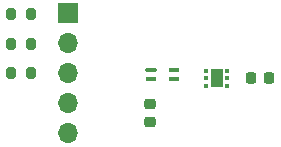
<source format=gbr>
%TF.GenerationSoftware,KiCad,Pcbnew,7.0.2*%
%TF.CreationDate,2023-08-24T09:06:10+02:00*%
%TF.ProjectId,LightSensor,4c696768-7453-4656-9e73-6f722e6b6963,rev?*%
%TF.SameCoordinates,Original*%
%TF.FileFunction,Soldermask,Top*%
%TF.FilePolarity,Negative*%
%FSLAX46Y46*%
G04 Gerber Fmt 4.6, Leading zero omitted, Abs format (unit mm)*
G04 Created by KiCad (PCBNEW 7.0.2) date 2023-08-24 09:06:10*
%MOMM*%
%LPD*%
G01*
G04 APERTURE LIST*
G04 Aperture macros list*
%AMRoundRect*
0 Rectangle with rounded corners*
0 $1 Rounding radius*
0 $2 $3 $4 $5 $6 $7 $8 $9 X,Y pos of 4 corners*
0 Add a 4 corners polygon primitive as box body*
4,1,4,$2,$3,$4,$5,$6,$7,$8,$9,$2,$3,0*
0 Add four circle primitives for the rounded corners*
1,1,$1+$1,$2,$3*
1,1,$1+$1,$4,$5*
1,1,$1+$1,$6,$7*
1,1,$1+$1,$8,$9*
0 Add four rect primitives between the rounded corners*
20,1,$1+$1,$2,$3,$4,$5,0*
20,1,$1+$1,$4,$5,$6,$7,0*
20,1,$1+$1,$6,$7,$8,$9,0*
20,1,$1+$1,$8,$9,$2,$3,0*%
G04 Aperture macros list end*
%ADD10R,1.700000X1.700000*%
%ADD11O,1.700000X1.700000*%
%ADD12RoundRect,0.093750X-0.093750X-0.106250X0.093750X-0.106250X0.093750X0.106250X-0.093750X0.106250X0*%
%ADD13R,1.000000X1.600000*%
%ADD14RoundRect,0.200000X-0.200000X-0.275000X0.200000X-0.275000X0.200000X0.275000X-0.200000X0.275000X0*%
%ADD15O,0.900000X0.392000*%
%ADD16O,1.000000X0.392000*%
%ADD17RoundRect,0.225000X0.225000X0.250000X-0.225000X0.250000X-0.225000X-0.250000X0.225000X-0.250000X0*%
%ADD18RoundRect,0.225000X0.250000X-0.225000X0.250000X0.225000X-0.250000X0.225000X-0.250000X-0.225000X0*%
G04 APERTURE END LIST*
D10*
%TO.C,J1*%
X213800000Y-108020000D03*
D11*
X213800000Y-110560000D03*
X213800000Y-113100000D03*
X213800000Y-115640000D03*
X213800000Y-118180000D03*
%TD*%
D12*
%TO.C,U2*%
X225491089Y-112857484D03*
X225491089Y-113507484D03*
X225491089Y-114157484D03*
X227266089Y-114157484D03*
X227266089Y-113507484D03*
X227266089Y-112857484D03*
D13*
X226378589Y-113507484D03*
%TD*%
D14*
%TO.C,R1*%
X208975000Y-113100000D03*
X210625000Y-113100000D03*
%TD*%
D15*
%TO.C,U1*%
X222754377Y-113549163D03*
X222754377Y-112849163D03*
D16*
X220813377Y-112849163D03*
D15*
X220763377Y-113549163D03*
%TD*%
D17*
%TO.C,C2*%
X230790872Y-113508101D03*
X229240872Y-113508101D03*
%TD*%
D14*
%TO.C,R2*%
X208975220Y-110567066D03*
X210625220Y-110567066D03*
%TD*%
D18*
%TO.C,C1*%
X220731490Y-117215187D03*
X220731490Y-115665187D03*
%TD*%
D14*
%TO.C,R3*%
X208975000Y-108072421D03*
X210625000Y-108072421D03*
%TD*%
M02*

</source>
